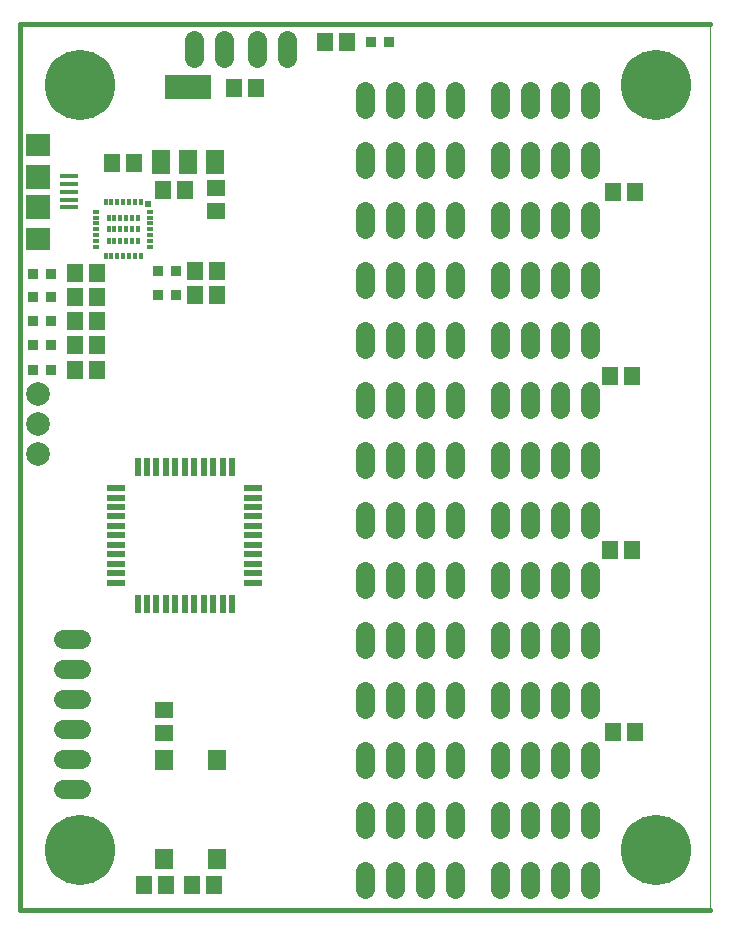
<source format=gts>
G75*
%MOIN*%
%OFA0B0*%
%FSLAX25Y25*%
%IPPOS*%
%LPD*%
%AMOC8*
5,1,8,0,0,1.08239X$1,22.5*
%
%ADD10C,0.01600*%
%ADD11C,0.00100*%
%ADD12R,0.02369X0.06306*%
%ADD13R,0.06306X0.02369*%
%ADD14R,0.05518X0.06306*%
%ADD15R,0.03550X0.03550*%
%ADD16C,0.06400*%
%ADD17R,0.06306X0.05518*%
%ADD18R,0.05912X0.06700*%
%ADD19R,0.01181X0.02362*%
%ADD20R,0.02362X0.01181*%
%ADD21R,0.01969X0.01969*%
%ADD22R,0.05912X0.01778*%
%ADD23R,0.07880X0.07487*%
%ADD24R,0.07880X0.07880*%
%ADD25C,0.07900*%
%ADD26C,0.23400*%
%ADD27R,0.06300X0.08300*%
%ADD28R,0.15400X0.08300*%
D10*
X0027500Y0001800D02*
X0027500Y0297076D01*
X0257500Y0297076D01*
X0257500Y0001800D02*
X0027500Y0001800D01*
D11*
X0257500Y0001800D02*
X0257500Y0297076D01*
D12*
X0098248Y0149635D03*
X0095098Y0149635D03*
X0091949Y0149635D03*
X0088799Y0149635D03*
X0085650Y0149635D03*
X0082500Y0149635D03*
X0079350Y0149635D03*
X0076201Y0149635D03*
X0073051Y0149635D03*
X0069902Y0149635D03*
X0066752Y0149635D03*
X0066752Y0103965D03*
X0069902Y0103965D03*
X0073051Y0103965D03*
X0076201Y0103965D03*
X0079350Y0103965D03*
X0082500Y0103965D03*
X0085650Y0103965D03*
X0088799Y0103965D03*
X0091949Y0103965D03*
X0095098Y0103965D03*
X0098248Y0103965D03*
D13*
X0105335Y0111052D03*
X0105335Y0114202D03*
X0105335Y0117351D03*
X0105335Y0120501D03*
X0105335Y0123650D03*
X0105335Y0126800D03*
X0105335Y0129950D03*
X0105335Y0133099D03*
X0105335Y0136249D03*
X0105335Y0139398D03*
X0105335Y0142548D03*
X0059665Y0142548D03*
X0059665Y0139398D03*
X0059665Y0136249D03*
X0059665Y0133099D03*
X0059665Y0129950D03*
X0059665Y0126800D03*
X0059665Y0123650D03*
X0059665Y0120501D03*
X0059665Y0117351D03*
X0059665Y0114202D03*
X0059665Y0111052D03*
D14*
X0053240Y0181800D03*
X0045760Y0181800D03*
X0045760Y0190300D03*
X0053240Y0190300D03*
X0053240Y0198300D03*
X0045760Y0198300D03*
X0045760Y0206300D03*
X0053240Y0206300D03*
X0053240Y0214300D03*
X0045760Y0214300D03*
X0075260Y0241800D03*
X0082740Y0241800D03*
X0065740Y0250800D03*
X0058260Y0250800D03*
X0085760Y0214800D03*
X0093240Y0214800D03*
X0093240Y0206800D03*
X0085760Y0206800D03*
X0098760Y0275800D03*
X0106240Y0275800D03*
X0129260Y0291300D03*
X0136740Y0291300D03*
X0225260Y0241300D03*
X0232740Y0241300D03*
X0231740Y0179800D03*
X0224260Y0179800D03*
X0224260Y0121800D03*
X0231740Y0121800D03*
X0232740Y0061300D03*
X0225260Y0061300D03*
X0092240Y0010300D03*
X0084760Y0010300D03*
X0076240Y0010300D03*
X0068760Y0010300D03*
D15*
X0037953Y0181800D03*
X0032047Y0181800D03*
X0032047Y0190300D03*
X0037953Y0190300D03*
X0037953Y0198300D03*
X0032047Y0198300D03*
X0032047Y0206300D03*
X0037953Y0206300D03*
X0037953Y0213800D03*
X0032047Y0213800D03*
X0073547Y0214800D03*
X0079453Y0214800D03*
X0079453Y0206800D03*
X0073547Y0206800D03*
X0144547Y0291300D03*
X0150453Y0291300D03*
D16*
X0152500Y0274800D02*
X0152500Y0268800D01*
X0162500Y0268800D02*
X0162500Y0274800D01*
X0172500Y0274800D02*
X0172500Y0268800D01*
X0172500Y0254800D02*
X0172500Y0248800D01*
X0162500Y0248800D02*
X0162500Y0254800D01*
X0152500Y0254800D02*
X0152500Y0248800D01*
X0142500Y0248800D02*
X0142500Y0254800D01*
X0142500Y0268800D02*
X0142500Y0274800D01*
X0116500Y0285800D02*
X0116500Y0291800D01*
X0106500Y0291800D02*
X0106500Y0285800D01*
X0095500Y0285800D02*
X0095500Y0291800D01*
X0085500Y0291800D02*
X0085500Y0285800D01*
X0142500Y0234800D02*
X0142500Y0228800D01*
X0152500Y0228800D02*
X0152500Y0234800D01*
X0162500Y0234800D02*
X0162500Y0228800D01*
X0172500Y0228800D02*
X0172500Y0234800D01*
X0187500Y0234800D02*
X0187500Y0228800D01*
X0197500Y0228800D02*
X0197500Y0234800D01*
X0207500Y0234800D02*
X0207500Y0228800D01*
X0217500Y0228800D02*
X0217500Y0234800D01*
X0217500Y0248800D02*
X0217500Y0254800D01*
X0207500Y0254800D02*
X0207500Y0248800D01*
X0197500Y0248800D02*
X0197500Y0254800D01*
X0187500Y0254800D02*
X0187500Y0248800D01*
X0187500Y0268800D02*
X0187500Y0274800D01*
X0197500Y0274800D02*
X0197500Y0268800D01*
X0207500Y0268800D02*
X0207500Y0274800D01*
X0217500Y0274800D02*
X0217500Y0268800D01*
X0217500Y0214800D02*
X0217500Y0208800D01*
X0207500Y0208800D02*
X0207500Y0214800D01*
X0197500Y0214800D02*
X0197500Y0208800D01*
X0187500Y0208800D02*
X0187500Y0214800D01*
X0172500Y0214800D02*
X0172500Y0208800D01*
X0162500Y0208800D02*
X0162500Y0214800D01*
X0152500Y0214800D02*
X0152500Y0208800D01*
X0142500Y0208800D02*
X0142500Y0214800D01*
X0142500Y0194800D02*
X0142500Y0188800D01*
X0152500Y0188800D02*
X0152500Y0194800D01*
X0162500Y0194800D02*
X0162500Y0188800D01*
X0172500Y0188800D02*
X0172500Y0194800D01*
X0187500Y0194800D02*
X0187500Y0188800D01*
X0197500Y0188800D02*
X0197500Y0194800D01*
X0207500Y0194800D02*
X0207500Y0188800D01*
X0217500Y0188800D02*
X0217500Y0194800D01*
X0217500Y0174800D02*
X0217500Y0168800D01*
X0207500Y0168800D02*
X0207500Y0174800D01*
X0197500Y0174800D02*
X0197500Y0168800D01*
X0187500Y0168800D02*
X0187500Y0174800D01*
X0172500Y0174800D02*
X0172500Y0168800D01*
X0162500Y0168800D02*
X0162500Y0174800D01*
X0152500Y0174800D02*
X0152500Y0168800D01*
X0142500Y0168800D02*
X0142500Y0174800D01*
X0142500Y0154800D02*
X0142500Y0148800D01*
X0152500Y0148800D02*
X0152500Y0154800D01*
X0162500Y0154800D02*
X0162500Y0148800D01*
X0172500Y0148800D02*
X0172500Y0154800D01*
X0187500Y0154800D02*
X0187500Y0148800D01*
X0197500Y0148800D02*
X0197500Y0154800D01*
X0207500Y0154800D02*
X0207500Y0148800D01*
X0217500Y0148800D02*
X0217500Y0154800D01*
X0217500Y0134800D02*
X0217500Y0128800D01*
X0207500Y0128800D02*
X0207500Y0134800D01*
X0197500Y0134800D02*
X0197500Y0128800D01*
X0187500Y0128800D02*
X0187500Y0134800D01*
X0172500Y0134800D02*
X0172500Y0128800D01*
X0162500Y0128800D02*
X0162500Y0134800D01*
X0152500Y0134800D02*
X0152500Y0128800D01*
X0142500Y0128800D02*
X0142500Y0134800D01*
X0142500Y0114800D02*
X0142500Y0108800D01*
X0152500Y0108800D02*
X0152500Y0114800D01*
X0162500Y0114800D02*
X0162500Y0108800D01*
X0172500Y0108800D02*
X0172500Y0114800D01*
X0187500Y0114800D02*
X0187500Y0108800D01*
X0197500Y0108800D02*
X0197500Y0114800D01*
X0207500Y0114800D02*
X0207500Y0108800D01*
X0217500Y0108800D02*
X0217500Y0114800D01*
X0217500Y0094800D02*
X0217500Y0088800D01*
X0207500Y0088800D02*
X0207500Y0094800D01*
X0197500Y0094800D02*
X0197500Y0088800D01*
X0187500Y0088800D02*
X0187500Y0094800D01*
X0172500Y0094800D02*
X0172500Y0088800D01*
X0162500Y0088800D02*
X0162500Y0094800D01*
X0152500Y0094800D02*
X0152500Y0088800D01*
X0142500Y0088800D02*
X0142500Y0094800D01*
X0142500Y0074800D02*
X0142500Y0068800D01*
X0152500Y0068800D02*
X0152500Y0074800D01*
X0162500Y0074800D02*
X0162500Y0068800D01*
X0172500Y0068800D02*
X0172500Y0074800D01*
X0187500Y0074800D02*
X0187500Y0068800D01*
X0197500Y0068800D02*
X0197500Y0074800D01*
X0207500Y0074800D02*
X0207500Y0068800D01*
X0217500Y0068800D02*
X0217500Y0074800D01*
X0217500Y0054800D02*
X0217500Y0048800D01*
X0207500Y0048800D02*
X0207500Y0054800D01*
X0197500Y0054800D02*
X0197500Y0048800D01*
X0187500Y0048800D02*
X0187500Y0054800D01*
X0172500Y0054800D02*
X0172500Y0048800D01*
X0162500Y0048800D02*
X0162500Y0054800D01*
X0152500Y0054800D02*
X0152500Y0048800D01*
X0142500Y0048800D02*
X0142500Y0054800D01*
X0142500Y0034800D02*
X0142500Y0028800D01*
X0152500Y0028800D02*
X0152500Y0034800D01*
X0162500Y0034800D02*
X0162500Y0028800D01*
X0172500Y0028800D02*
X0172500Y0034800D01*
X0187500Y0034800D02*
X0187500Y0028800D01*
X0197500Y0028800D02*
X0197500Y0034800D01*
X0207500Y0034800D02*
X0207500Y0028800D01*
X0217500Y0028800D02*
X0217500Y0034800D01*
X0217500Y0014800D02*
X0217500Y0008800D01*
X0207500Y0008800D02*
X0207500Y0014800D01*
X0197500Y0014800D02*
X0197500Y0008800D01*
X0187500Y0008800D02*
X0187500Y0014800D01*
X0172500Y0014800D02*
X0172500Y0008800D01*
X0162500Y0008800D02*
X0162500Y0014800D01*
X0152500Y0014800D02*
X0152500Y0008800D01*
X0142500Y0008800D02*
X0142500Y0014800D01*
X0048000Y0042300D02*
X0042000Y0042300D01*
X0042000Y0052300D02*
X0048000Y0052300D01*
X0048000Y0062300D02*
X0042000Y0062300D01*
X0042000Y0072300D02*
X0048000Y0072300D01*
X0048000Y0082300D02*
X0042000Y0082300D01*
X0042000Y0092300D02*
X0048000Y0092300D01*
D17*
X0075500Y0068540D03*
X0075500Y0061060D03*
X0093000Y0235060D03*
X0093000Y0242540D03*
D18*
X0093358Y0051835D03*
X0075642Y0051835D03*
X0075642Y0018765D03*
X0093358Y0018765D03*
D19*
X0067906Y0219745D03*
X0065937Y0219745D03*
X0063969Y0219745D03*
X0062000Y0219745D03*
X0060031Y0219745D03*
X0058063Y0219745D03*
X0056094Y0219745D03*
X0057079Y0224863D03*
X0059047Y0224863D03*
X0061016Y0224863D03*
X0062984Y0224863D03*
X0064953Y0224863D03*
X0066921Y0224863D03*
X0066921Y0228800D03*
X0064953Y0228800D03*
X0062984Y0228800D03*
X0061016Y0228800D03*
X0059047Y0228800D03*
X0057079Y0228800D03*
X0057079Y0232737D03*
X0059047Y0232737D03*
X0061016Y0232737D03*
X0062984Y0232737D03*
X0064953Y0232737D03*
X0066921Y0232737D03*
X0065937Y0237855D03*
X0063969Y0237855D03*
X0062000Y0237855D03*
X0060031Y0237855D03*
X0058063Y0237855D03*
X0056094Y0237855D03*
X0067906Y0237855D03*
D20*
X0071055Y0234706D03*
X0071055Y0232737D03*
X0071055Y0230769D03*
X0071055Y0228800D03*
X0071055Y0226831D03*
X0071055Y0224863D03*
X0071055Y0222894D03*
X0052945Y0222894D03*
X0052945Y0224863D03*
X0052945Y0226831D03*
X0052945Y0228800D03*
X0052945Y0230769D03*
X0052945Y0232737D03*
X0052945Y0234706D03*
D21*
X0070278Y0237078D03*
D22*
X0043933Y0236182D03*
X0043933Y0238741D03*
X0043933Y0241300D03*
X0043933Y0243859D03*
X0043933Y0246418D03*
D23*
X0033500Y0257048D03*
X0033500Y0225552D03*
D24*
X0033500Y0236300D03*
X0033500Y0246300D03*
D25*
X0033500Y0173800D03*
X0033500Y0163800D03*
X0033500Y0153800D03*
D26*
X0047500Y0276800D03*
X0239500Y0276800D03*
X0239500Y0021800D03*
X0047500Y0021800D03*
D27*
X0074600Y0251400D03*
X0083600Y0251400D03*
X0092600Y0251400D03*
D28*
X0083500Y0276200D03*
M02*

</source>
